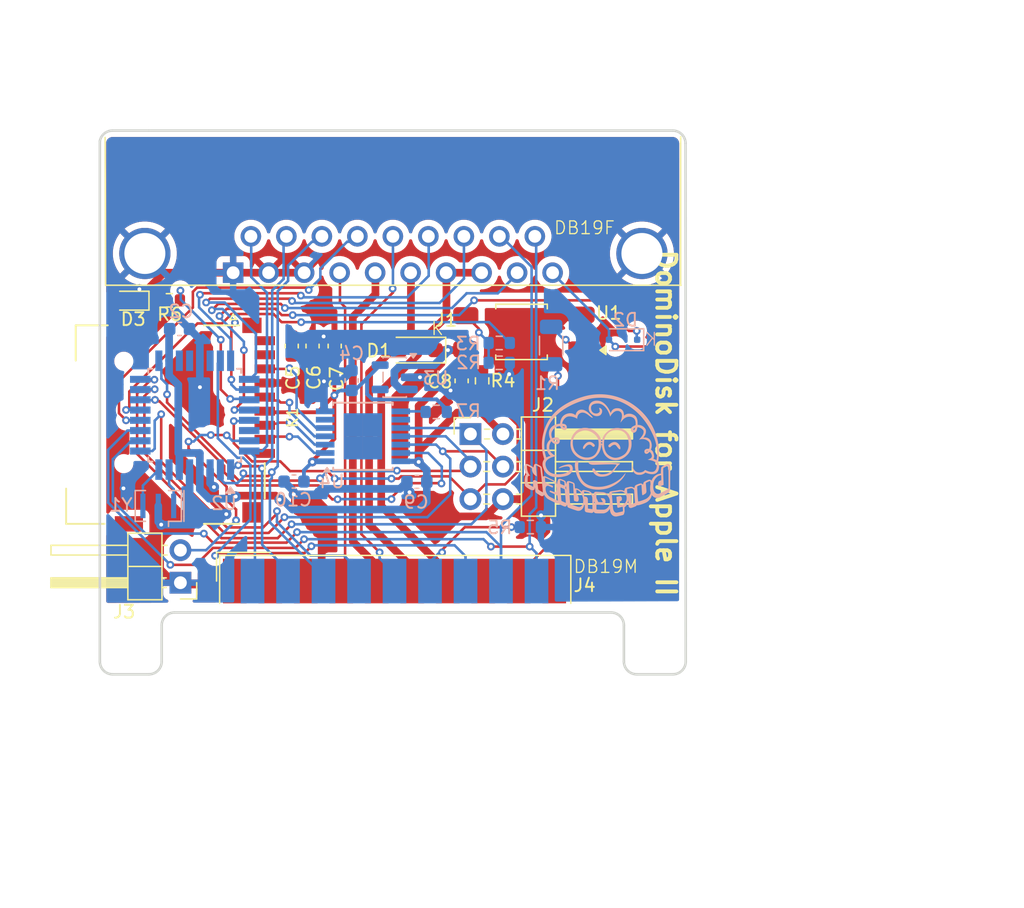
<source format=kicad_pcb>
(kicad_pcb (version 20241229) (generator "pcbnew") (generator_version "9.0")
  (title_block (comment 4 "AISLER Project ID: AYNAJPOB"))
  (layers (0 "F.Cu" signal) (2 "B.Cu" signal) (13 "F.Paste" user) (15 "B.Paste" user) (5 "F.SilkS" user "F.Silkscreen") (7 "B.SilkS" user "B.Silkscreen") (1 "F.Mask" user) (3 "B.Mask" user) (25 "Edge.Cuts" user))
  (net 0 "")
  (net 1 "TX")
  (net 2 "GND")
  (net 3 "PH0")
  (net 4 "PH1")
  (net 5 "PH2")
  (net 6 "PH3_in")
  (net 7 "Net-(U2-XTAL2{slash}PB7)")
  (net 8 "WRDATA")
  (net 9 "PH3_out")
  (net 10 "DRV2_burgerDisk")
  (net 11 "CS")
  (net 12 "MOSI")
  (net 13 "MISO")
  (net 14 "SCK")
  (net 15 "DRV1_in")
  (net 16 "HDSEL_out")
  (net 17 "DRV1_out")
  (net 18 "DRV2_out")
  (net 19 "WRPROT_in")
  (net 20 "5V_burgerDisk")
  (net 21 "WRPROT_out")
  (net 22 "5V_apple2")
  (net 23 "EN3.5")
  (net 24 "-12V")
  (net 25 "+12V")
  (net 26 "DRV2_in")
  (net 27 "WREQ")
  (net 28 "Net-(U2-XTAL1{slash}PB6)")
  (net 29 "Net-(D3-A)")
  (net 30 "RESET")
  (net 31 "RDDATA")
  (net 32 "Net-(R1-Pad2)")
  (net 33 "Net-(R2-Pad2)")
  (net 37 "HDSEL_in")
  (net 39 "3V3")
  (net 40 "CS_L")
  (net 41 "MOSI_L")
  (net 43 "MISO_L")
  (net 44 "SCLK_L")
  (net 46 "OE")
  (net 50 "LED")
  (footprint "DSUB-19-angled:DSUB-19_Female_Horizontal_MXS82009-8251-9246" (layer "F.Cu") (at 109.5502 45.5168 180)
    (property "Reference" "J1")
    (property "Value" "Daisy port out")
  )
  (footprint "Diode_SMD:D_SOD-123F" (layer "F.Cu") (at 123.9296 51.562 180)
    (property "Reference" "D1")
    (property "Value" "1N5818WS")
  )
  (footprint "HYC04-TF09-200:MICROSD-HYC77-TF09-200" (layer "F.Cu") (at 104.267 57.3786 -90)
    (property "Reference" "K1")
    (property "Value" "HYC77-TF09-200" (hide yes))
  )
  (footprint "Package_SO:SOP-4_3.8x4.1mm_P2.54mm" (layer "F.Cu") (at 132.0546 50.1396 180)
    (property "Reference" "U1")
    (property "Value" "PC817C-S")
  )
  (footprint "LED_SMD:LED_0603_1608Metric" (layer "F.Cu") (at 101.4984 47.7012 180)
    (property "Reference" "D3")
    (property "Value" "LED")
  )
  (footprint "Capacitor_SMD:C_0603_1608Metric" (layer "F.Cu") (at 117.475 51.2442 -90)
    (property "Reference" "C7")
    (property "Value" "100n")
  )
  (footprint "Connector_PinHeader_2.54mm:PinHeader_1x02_P2.54mm_Horizontal" (layer "F.Cu") (at 105.4354 69.723 180)
    (property "Reference" "J3")
    (property "Value" "UART")
  )
  (footprint "MountingHole:MountingHole_3.2mm_M3" (layer "F.Cu") (at 142.2654 74.2696)
    (property "Reference" "REF**")
    (property "Value" "MountingHole_3.2mm_M3")
  )
  (footprint "Capacitor_SMD:C_0603_1608Metric" (layer "F.Cu") (at 114.1222 51.2442 -90)
    (property "Reference" "C5")
    (property "Value" "2u2")
  )
  (footprint "Capacitor_SMD:C_0603_1608Metric" (layer "F.Cu") (at 127.381 53.962 90)
    (property "Reference" "C8")
    (property "Value" "2u2")
  )
  (footprint "MountingHole:MountingHole_3.2mm_M3" (layer "F.Cu") (at 101.6254 74.2696)
    (property "Reference" "REF**")
    (property "Value" "MountingHole_3.2mm_M3")
  )
  (footprint "Resistor_SMD:R_0603_1608Metric" (layer "F.Cu") (at 104.5718 47.6758)
    (property "Reference" "R6")
    (property "Value" "150")
  )
  (footprint "Connector_PinHeader_2.54mm:PinHeader_2x03_P2.54mm_Horizontal" (layer "F.Cu") (at 128.0668 58.1152)
    (property "Reference" "J2")
    (property "Value" "ICSP_ISP6")
  )
  (footprint "db19:DSUB-19_Male_EdgeMount_Pitch2.77mm" (layer "F.Cu") (at 122.1486 69.5931)
    (property "Reference" "J4")
    (property "Value" "Daisy port in")
  )
  (footprint "Resistor_SMD:R_0603_1608Metric" (layer "F.Cu") (at 128.9812 53.9618 -90)
    (property "Reference" "R4")
    (property "Value" "10k")
  )
  (footprint "Capacitor_SMD:C_0603_1608Metric" (layer "F.Cu") (at 115.7478 51.2442 -90)
    (property "Reference" "C6")
    (property "Value" "100n")
  )
  (footprint "Resistor_SMD:R_0603_1608Metric" (layer "B.Cu") (at 125.3998 56.388 180)
    (property "Reference" "R7")
    (property "Value" "10k")
  )
  (footprint "Resistor_SMD:R_0603_1608Metric" (layer "B.Cu") (at 132.7404 65.3796 180)
    (property "Reference" "R5")
    (property "Value" "330")
  )
  (footprint "Package_QFP:TQFP-32_7x7mm_P0.8mm" (layer "B.Cu") (at 106.553 56.642 90)
    (property "Reference" "U2")
    (property "Value" "ATmega328P-AU")
  )
  (footprint "Capacitor_SMD:C_0603_1608Metric" (layer "B.Cu") (at 105.3722 49.911)
    (property "Reference" "C2")
    (property "Value" "100n")
  )
  (footprint "Resistor_SMD:R_1206_3216Metric" (layer "B.Cu") (at 134.366 51.2064 90)
    (property "Reference" "R1")
    (property "Value" "470")
  )
  (footprint "Resistor_SMD:R_0603_1608Metric" (layer "B.Cu") (at 130.3152 52.5526 180)
    (property "Reference" "R2")
    (property "Value" "10k")
  )
  (footprint "Capacitor_SMD:C_0603_1608Metric" (layer "B.Cu") (at 118.7958 53.9366 -90)
    (property "Reference" "C4")
    (property "Value" "2u2")
  )
  (footprint "Capacitor_SMD:C_0603_1608Metric" (layer "B.Cu") (at 123.8888 61.849)
    (property "Reference" "C9")
    (property "Value" "100n")
  )
  (footprint "Package_SO:TSSOP-14-1EP_4.4x5mm_P0.65mm" (layer "B.Cu") (at 119.6812 58.293)
    (property "Reference" "U4")
    (property "Value" "TXB0104PWR")
  )
  (footprint "Crystal:Resonator_SMD_Murata_CSTxExxV-3Pin_3.0x1.1mm" (layer "B.Cu") (at 103.7082 63.7286 180)
    (property "Reference" "Y1")
    (property "Value" "Crystal_GND2")
  )
  (footprint "Diode_SMD:D_SOD-323F" (layer "B.Cu") (at 139.9794 50.7492 180)
    (property "Reference" "D2")
    (property "Value" "1N4448WS")
  )
  (footprint "Capacitor_SMD:C_0603_1608Metric" (layer "B.Cu") (at 114.3 61.8236 180)
    (property "Reference" "C10")
    (property "Value" "100n")
  )
  (footprint "LOGO" (layer "B.Cu") (at 137.984071 59.815287 180)
    (property "Reference" "G***")
    (property "Value" "LOGO" (hide yes))
  )
  (footprint "Resistor_SMD:R_0603_1608Metric" (layer "B.Cu") (at 130.3152 51.0032 180)
    (property "Reference" "R3")
    (property "Value" "1k")
  )
  (footprint "Package_TO_SOT_SMD:SOT-23-5" (layer "B.Cu") (at 122.1584 53.6846 180)
    (property "Reference" "U3")
    (property "Value" "SE5218")
  )
  (gr_line (start 139.043693 72.047893) (end 104.975693 72.047893) (stroke (width 0.2)) (layer "Edge.Cuts"))
  (gr_line (start 100.133693 34.421093) (end 102.959693 34.421093) (stroke (width 0.2)) (layer "Edge.Cuts"))
  (gr_arc (start 144.869693 75.873497) (mid 144.5768 76.581) (end 143.869693 76.873893) (stroke (width 0.2)) (layer "Edge.Cuts"))
  (gr_line (start 143.869693 76.873893) (end 141.043693 76.873893) (stroke (width 0.2)) (layer "Edge.Cuts"))
  (gr_line (start 99.149693 75.873893) (end 99.149693 35.242925) (stroke (width 0.2)) (layer "Edge.Cuts"))
  (gr_arc (start 99.149693 35.242925) (mid 99.426586 34.713986) (end 100.133693 34.421093) (stroke (width 0.2)) (layer "Edge.Cuts"))
  (gr_arc (start 103.975693 73.047893) (mid 104.268586 72.340786) (end 104.975693 72.047893) (stroke (width 0.2)) (layer "Edge.Cuts"))
  (gr_line (start 102.975693 76.873893) (end 100.149693 76.873893) (stroke (width 0.2)) (layer "Edge.Cuts"))
  (gr_line (start 144.853693 35.420697) (end 144.869693 75.873497) (stroke (width 0.2)) (layer "Edge.Cuts"))
  (gr_arc (start 100.149693 76.873893) (mid 99.442586 76.581) (end 99.149693 75.873893) (stroke (width 0.2)) (layer "Edge.Cuts"))
  (gr_arc (start 103.975693 75.873893) (mid 103.6828 76.581) (end 102.975693 76.873893) (stroke (width 0.2)) (layer "Edge.Cuts"))
  (gr_line (start 140.043693 75.873893) (end 140.043693 73.047893) (stroke (width 0.2)) (layer "Edge.Cuts"))
  (gr_arc (start 141.043693 76.873893) (mid 140.336586 76.581) (end 140.043693 75.873893) (stroke (width 0.2)) (layer "Edge.Cuts"))
  (gr_arc (start 139.043693 72.047893) (mid 139.7508 72.340786) (end 140.043693 73.047893) (stroke (width 0.2)) (layer "Edge.Cuts"))
  (gr_arc (start 143.853693 34.421093) (mid 144.5608 34.713986) (end 144.853693 35.420697) (stroke (width 0.2)) (layer "Edge.Cuts"))
  (gr_line (start 102.959693 34.421093) (end 143.853693 34.421093) (stroke (width 0.2)) (layer "Edge.Cuts"))
  (gr_line (start 103.975693 73.047893) (end 103.975693 75.873893) (stroke (width 0.2)) (layer "Edge.Cuts"))
  (gr_text "DB19F" (at 134.5184 42.5958 0) (layer "F.SilkS") (effects (font (size 1 1) (thickness 0.1)) (justify left bottom)))
  (gr_text "DB19M\n" (at 136.0424 69.0401 0) (layer "F.SilkS") (effects (font (size 1 1) (thickness 0.1)) (justify left bottom)))
  (gr_text "DominoDisk for Apple II" (at 142.4432 43.561 270) (layer "F.SilkS") (effects (font (size 1.5 1.5) (thickness 0.3) (bold yes)) (justify left bottom)))
  (segment (start 106.0704 59.2582) (end 109.0422 62.23) (width 0.2) (layer "F.Cu") (net 1))
  (segment (start 109.0256 58.1914) (end 109.051 58.2168) (width 0.2) (layer "F.Cu") (net 1))
  (segment (start 109.7788 64.010786) (end 109.7788 64.8462) (width 0.2) (layer "F.Cu") (net 1))
  (segment (start 109.0422 62.23) (end 109.0422 63.274186) (width 0.2) (layer "F.Cu") (net 1))
  (segment (start 106.0704 58.6994) (end 106.0704 59.2582) (width 0.2) (layer "F.Cu") (net 1))
  (segment (start 109.0422 63.274186) (end 109.7788 64.010786) (width 0.2) (layer "F.Cu") (net 1))
  (segment (start 107.8064 58.1914) (end 109.0256 58.1914) (width 0.2) (layer "F.Cu") (net 1))
  (via (at 107.8064 58.1914) (size 0.6) (drill 0.3) (layers "F.Cu" "B.Cu") (net 1))
  (via (at 106.0704 58.6994) (size 0.6) (drill 0.3) (layers "F.Cu" "B.Cu") (net 1))
  (via (at 109.051 58.2168) (size 0.6) (drill 0.3) (layers "F.Cu" "B.Cu") (net 1))
  (via (at 109.7788 64.8462) (size 0.6) (drill 0.3) (layers "F.Cu" "B.Cu") (net 1))
  (segment (start 107.442 67.183) (end 105.4354 67.183) (width 0.2) (layer "B.Cu") (net 1))
  (segment (start 106.9848 58.1914) (end 106.4768 58.6994) (width 0.2) (layer "B.Cu") (net 1))
  (segment (start 109.7788 64.8462) (end 107.442 67.183) (width 0.2) (layer "B.Cu") (net 1))
  (segment (start 109.0676 58.2168) (end 109.4928 58.642) (width 0.2) (layer "B.Cu") (net 1))
  (segment (start 107.8064 58.1914) (end 106.9848 58.1914) (width 0.2) (layer "B.Cu") (net 1))
  (segment (start 106.4768 58.6994) (end 106.0704 58.6994) (width 0.2) (layer "B.Cu") (net 1))
  (segment (start 109.051 58.2168) (end 109.0676 58.2168) (width 0.2) (layer "B.Cu") (net 1))
  (segment (start 109.4928 58.642) (end 110.803 58.642) (width 0.2) (layer "B.Cu") (net 1))
  (segment (start 129.2558 64.5462) (end 130.6068 63.1952) (width 0.6) (layer "F.Cu") (net 2))
  (segment (start 116.457453 64.285853) (end 116.457453 68.354247) (width 0.6) (layer "F.Cu") (net 2))
  (segment (start 102.235 46.8122) (end 102.8648 46.8122) (width 0.6) (layer "F.Cu") (net 2))
  (segment (start 102.1588 47.5741) (end 102.2859 47.7012) (width 0.6) (layer "F.Cu") (net 2))
  (segment (start 102.235 47.625) (end 102.2859 47.6759) (width 0.6) (layer "F.Cu") (net 2))
  (segment (start 133.1468 64.4652) (end 131.8768 63.1952) (width 0.6) (layer "F.Cu") (net 2))
  (segment (start 103.847 65.2774) (end 103.9368 65.1876) (width 0.6) (layer "F.Cu") (net 2))
  (segment (start 108.0516 63.405903) (end 108.0516 62.2564) (width 0.6) (layer "F.Cu") (net 2))
  (segment (start 109.4081 69.8636) (end 105.576 69.8636) (width 0.6) (layer "F.Cu") (net 2))
  (segment (start 112.017 54.1286) (end 116.5086 54.1286) (width 0.6) (layer "F.Cu") (net 2))
  (segment (start 135.7214 48.8096) (end 136.7046 48.8096) (width 0.6) (layer "F.Cu") (net 2))
  (segment (start 133.5786 64.4652) (end 133.1468 64.4652) (width 0.6) (layer "F.Cu") (net 2))
  (segment (start 115.2186 69.5931) (end 112.4486 69.5931) (width 0.6) (layer "F.Cu") (net 2))
  (segment (start 116.457453 68.354247) (end 115.2186 69.5931) (width 0.6) (layer "F.Cu") (net 2))
  (segment (start 102.235 46.8122) (end 102.235 47.625) (width 0.6) (layer "F.Cu") (net 2))
  (segment (start 112.3202 45.5168) (end 109.5502 45.5168) (width 0.6) (layer "F.Cu") (net 2))
  (segment (start 109.5502 45.5168) (end 104.1602 45.5168) (width 0.6) (layer "F.Cu") (net 2))
  (segment (start 125.2014 64.5462) (end 129.2558 64.5462) (width 0.6) (layer "F.Cu") (net 2))
  (segment (start 109.015329 64.369632) (end 108.0516 63.405903) (width 0.6) (layer "F.Cu") (net 2))
  (segment (start 116.5086 54.1286) (end 116.6368 54.0004) (width 0.6) (layer "F.Cu") (net 2))
  (segment (start 131.8768 63.1952) (end 130.6068 63.1952) (width 0.6) (layer "F.Cu") (net 2))
  (segment (start 104.912214 69.723) (end 103.847 68.657786) (width 0.6) (layer "F.Cu") (net 2))
  (segment (start 126.5428 54.737) (end 126.5174 54.7116) (width 0.6) (layer "F.Cu") (net 2))
  (segment (start 102.8648 46.8122) (end 104.1602 45.5168) (width 0.6) (layer "F.Cu") (net 2))
  (segment (start 102.2859 47.6759) (end 102.2859 47.7012) (width 0.6) (layer "F.Cu") (net 2))
  (segment (start 115 62.8284) (end 116.457453 64.285853) (width 0.6) (layer "F.Cu") (net 2))
  (segment (start 123.313583 62.658383) (end 125.2014 64.5462) (width 0.6) (layer "F.Cu") (net 2))
  (segment (start 103.847 68.657786) (end 103.847 65.2774) (width 0.6) (layer "F.Cu") (net 2))
  (segment (start 102.1588 47.5182) (end 102.1588 47.5741) (width 0.6) (layer "F.Cu") (net 2))
  (segment (start 127.381 54.737) (end 126.5428 54.737) (width 0.6) (layer "F.Cu") (net 2))
  (segment (start 114.282827 62.8284) (end 115 62.8284) (width 0.6) (layer "F.Cu") (net 2))
  (segment (start 112.4486 69.5931) (end 109.6786 69.5931) (width 0.6) (layer "F.Cu") (net 2))
  (segment (start 131.0894 53.4416) (end 135.7214 48.8096) (width 0.6) (layer "F.Cu") (net 2))
  (segment (start 115.0902 45.5168) (end 112.3202 45.5168) (width 0.6) (layer "F.Cu") (net 2))
  (segment (start 104.1602 45.5168) (end 102.6602 44.0168) (width 0.6) (layer "F.Cu") (net 2))
  (via (at 126.5174 54.7116) (size 0.8) (drill 0.3) (layers "F.Cu" "B.Cu") (net 2))
  (via (at 116.6368 54.0004) (size 0.8) (drill 0.3) (layers "F.Cu" "B.Cu") (net 2))
  (via (at 131.0894 53.4416) (size 0.8) (drill 0.3) (layers "F.Cu" "B.Cu") (net 2))
  (via (at 124.1298 53.6846) (size 0.6) (drill 0.3) (layers "F.Cu" "B.Cu") (net 2))
  (via (at 123.313583 62.658383) (size 0.8) (drill 0.3) (layers "F.Cu" "B.Cu") (net 2))
  (via (at 116.6114 50.4952) (size 0.8) (drill 0.3) (layers "F.Cu" "B.Cu") (net 2))
  (via (at 102.235 46.8122) (size 0.8) (drill 0.3) (layers "F.Cu" "B.Cu") (net 2))
  (via (at 103.9368 65.1876) (size 0.8) (drill 0.3) (layers "F.Cu" "B.Cu") (net 2))
  (via (at 133.5786 64.4652) (size 0.8) (drill 0.3) (layers "F.Cu" "B.Cu") (net 2))
  (via (at 100.9904 62.357) (size 0.6) (drill 0.3) (layers "F.Cu" "B.Cu") (net 2))
  (via (at 108.0516 62.2564) (size 0.8) (drill 0.3) (layers "F.Cu" "B.Cu") (net 2))
  (via (at 114.282827 62.8284) (size 0.8) (drill 0.3) (layers "F.Cu" "B.Cu") (net 2))
  (via (at 106.9594 54.4576) (size 0.8) (drill 0.3) (layers "F.Cu" "B.Cu") (net 2))
  (via (at 109.015329 64.369632) (size 0.8) (drill 0.3) (layers "F.Cu" "B.Cu") (net 2))
  (segment (start 133.5786 64.9986) (end 133.5654 65.0118) (width 0.4) (layer "B.Cu") (net 2))
  (segment (start 116.6114 50.4952) (end 116.6114 53.975) (width 0.6) (layer "B.Cu") (net 2))
  (segment (start 116.719 56.267) (end 116.7312 56.267) (width 0.6) (layer "B.Cu") (net 2))
  (segment (start 129.9066 53.6846) (end 130.8464 53.6846) (width 0.6) (layer "B.Cu") (net 2))
  (segment (start 130.8464 53.6846) (end 131.0894 53.4416) (width 0.6) (layer "B.Cu") (net 2))
  (segment (start 126.5174 54.7116) (end 125.4904 53.6846) (width 0.6) (layer "B.Cu") (net 2))
  (segment (start 106.953 52.392) (end 106.953 54.4512) (width 0.6) (layer "B.Cu") (net 2))
  (segment (start 116.6368 54.0004) (end 117.957 54.0004) (width 0.6) (layer "B.Cu") (net 2))
  (segment (start 122.5686 62.3942) (end 116.414193 62.3942) (width 0.6) (layer "B.Cu") (net 2))
  (segment (start 106.153 62.87325) (end 107.649382 64.369632) (width 0.6) (layer "B.Cu") (net 2))
  (segment (start 129.9066 53.6846) (end 125.4904 53.6846) (width 0.6) (layer "B.Cu") (net 2))
  (segment (start 107.649382 64.369632) (end 109.015329 64.369632) (width 0.6) (layer "B.Cu") (net 2))
  (segment (start 117.957 54.0004) (end 118.7958 53.1616) (width 0.6) (layer "B.Cu") (net 2))
  (segment (start 103.0484 46.8122) (end 106.1472 49.911) (width 0.6) (layer "B.Cu") (net 2))
  (segment (start 106.153 60.892) (end 106.153 62.87325) (width 0.6) (layer "B.Cu") (net 2))
  (segment (start 124.1298 53.6846) (end 123.2959 53.6846) (width 0.6) (layer "B.Cu") (net 2))
  (segment (start 116.6368 56.1848) (end 116.719 56.267) (width 0.6) (layer "B.Cu") (net 2))
  (segment (start 106.831414 65.1876) (end 107.649382 64.369632) (width 0.6) (layer "B.Cu") (net 2))
  (segment (start 102.235 46.8122) (end 103.0484 46.8122) (width 0.6) (layer "B.Cu") (net 2))
  (segment (start 116.414193 62.3942) (end 115.979993 62.8284) (width 0.6) (layer "B.Cu") (net 2))
  (segment (start 103.9368 65.1876) (end 103.7082 64.959) (width 0.6) (layer "B.Cu") (net 2))
  (segment (start 107.753 61.9578) (end 108.0516 62.2564) (width 0.6) (layer "B.Cu") (net 2))
  (segment (start 106.953 54.4512) (end 106.9594 54.4576) (width 0.6) (layer "B.Cu") (net 2))
  (segment (start 114.282827 62.8284) (end 114.282827 62.581427) (width 0.6) (layer "B.Cu") (net 2))
  (segment (start 106.953 50.7168) (end 106.953 52.392) (width 0.6) (layer "B.Cu") (net 2))
  (segment (start 123.1138 61.849) (end 122.5686 62.3942) (width 0.6) (layer "B.Cu") (net 2))
  (segment (start 116.6114 53.975) (end 116.6368 54.0004) (width 0.6) (layer "B.Cu") (net 2))
  (segment (start 115.979993 62.8284) (end 114.282827 62.8284) (width 0.6) (layer "B.Cu") (net 2))
  (segment (start 107.753 60.892) (end 107.753 61.9578) (width 0.6) (layer "B.Cu") (net 2))
  (segment (start 133.5786 64.4652) (end 133.5786 64.9986) (width 0.4) (layer "B.Cu") (net 2))
  (segment (start 103.9368 65.1876) (end 106.831414 65.1876) (width 0.6) (layer "B.Cu") (net 2))
  (segment (start 116.6368 54.0004) (end 116.6368 56.1848) (width 0.6) (layer "B.Cu") (net 2))
  (segment (start 133.5654 65.0118) (end 133.5654 65.3796) (width 0.4) (layer "B.Cu") (net 2))
  (segment (start 114.282827 62.581427) (end 113.525 61.8236) (width 0.6) (layer "B.Cu") (net 2))
  (segment (start 103.7082 64.959) (end 103.7082 63.7286) (width 0.6) (layer "B.Cu") (net 2))
  (segment (start 106.1472 49.911) (end 106.953 50.7168) (width 0.6) (layer "B.Cu") (net 2))
  (segment (start 131.1402 52.451) (end 131.2164 52.3748) (width 0.4) (layer "B.Cu") (net 2))
  (segment (start 125.4904 53.6846) (end 124.1298 53.6846) (width 0.6) (layer "B.Cu") (net 2))
  (segment (start 111.803 59.442) (end 112.1918 59.0532) (width 0.2) (layer "B.Cu") (net 3))
  (segment (start 110.803 59.442) (end 111.252 59.891) (width 0.2) (layer "B.Cu") (net 3))
  (segment (start 110.803 59.442) (end 111.803 59.442) (width 0.2) (layer "B.Cu") (net 3))
  (segment (start 111.252 59.891) (end 111.252 68.9983) (width 0.2) (layer "B.Cu") (net 3))
  (segment (start 112.1918 47.0828) (end 110.9606 45.8516) (width 0.2) (layer "B.Cu") (net 3))
  (segment (start 112.1918 59.0532) (end 112.1918 47.0828) (width 0.2) (layer "B.Cu") (net 3))
  (segment (start 110.9606 45.8516) (end 110.9606 43.1046) (width 0.2) (layer "B.Cu") (net 3))
  (segment (start 109.864726 60.5194) (end 109.753645 60.630481) (width 0.2) (layer "F.Cu") (net 4))
  (segment (start 109.808125 60.6298) (end 111.552858 60.6298) (width 0.2) (layer "F.Cu") (net 4))
  (segment (start 109.753645 60.68428) (end 109.808125 60.6298) (width 0.2) (layer "F.Cu") (net 4))
  (segment (start 109.753645 60.630481) (end 109.753645 60.68428) (width 0.2) (layer "F.Cu") (net 4))
  (segment (start 111.552858 60.6298) (end 111.802 60.878942) (width 0.2) (layer "F.Cu") (net 4))
  (segment (start 109.947437 60.544716) (end 109.922121 60.5194) (width 0.2) (layer "F.Cu") (net 4))
  (segment (start 109.922121 60.5194) (end 109.864726 60.5194) (width 0.2) (layer "F.Cu") (net 4))
  (segment (start 111.802 60.878942) (end 111.802 60.7988) (width 0.2) (layer "F.Cu") (net 4))
  (via (at 109.947437 60.544716) (size 0.6) (drill 0.3) (layers "F.Cu" "B.Cu") (net 4))
  (via (at 111.802 60.7988) (size 0.6) (drill 0.3) (layers "F.Cu" "B.Cu") (net 4))
  (segment (start 112.5982 46.89745) (end 113.4872 46.00845) (width 0.2) (layer "B.Cu") (net 4))
  (segment (start 109.947437 60.544716) (end 109.883991 60.544716) (width 0.2) (layer "B.Cu") (net 4))
  (segment (start 111.802 60.7988) (end 111.8108 60.8076) (width 0.2) (layer "B.Cu") (net 4))
  (segment (start 111.802 60.7988) (end 112.5982 60.0026) (width 0.2) (layer "B.Cu") (net 4))
  (segment (start 111.8108 66.753633) (end 113.8336 68.776433) (width 0.2) (layer "B.Cu") (net 4))
  (segment (start 113.4872 46.00845) (end 113.4872 43.348) (width 0.2) (layer "B.Cu") (net 4))
  (segment (start 109.840236 60.588471) (end 109.785637 60.588471) (width 0.2) (layer "B.Cu") (net 4))
  (segment (start 111.8108 60.8076) (end 111.8108 66.753633) (width 0.2) (layer "B.Cu") (net 4))
  (segment (start 112.5982 60.0026) (end 112.5982 46.89745) (width 0.2) (layer "B.Cu") (net 4))
  (segment (start 109.883991 60.544716) (end 109.840236 60.588471) (width 0.2) (layer "B.Cu") (net 4))
  (segment (start 109.785637 60.588471) (end 109.482108 60.892) (width 0.2) (layer "B.Cu") (net 4))
  (segment (start 113.4872 43.348) (end 113.7306 43.1046) (width 0.2) (layer "B.Cu") (net 4))
  (segment (start 110.3464 61.1798) (end 110.3464 61.318372) (width 0.2) (layer "F.Cu") (net 5))
  (segment (start 112.302388 61.3918) (end 112.566472 61.127716) (width 0.2) (layer "F.Cu") (net 5))
  (segment (start 110.3464 61.318372) (end 110.419828 61.3918) (width 0.2) (layer "F.Cu") (net 5))
  (segment (start 110.419828 61.3918) (end 112.302388 61.3918) (width 0.2) (layer "F.Cu") (net 5))
  (segment (start 112.566472 61.127716) (end 112.566472 61.091105) (width 0.2) (layer "F.Cu") (net 5))
  (via (at 112.566472 61.091105) (size 0.6) (drill 0.3) (layers "F.Cu" "B.Cu") (net 5))
  (via (at 110.3464 61.1798) (size 0.6) (drill 0.3) (layers "F.Cu" "B.Cu") (net 5))
  (segment (start 110.3464 61.4756) (end 109.879 61.943) (width 0.2) (layer "B.Cu") (net 5))
  (segment (start 109.879 61.943) (end 108.8802 61.943) (width 0.2) (layer "B.Cu") (net 5))
  (segment (start 113.8382 44.9626) (end 115.6962 43.1046) (width 0.2) (layer "B.Cu") (net 5))
  (segment (start 108.553 61.6158) (end 108.553 60.892) (width 0.2) (layer "B.Cu") (net 5))
  (segment (start 113.03 46.962038) (end 113.8382 46.153838) (width 0.2) (layer "B.Cu") (net 5))
  (segment (start 113.8382 46.153838) (end 113.8382 44.9626) (width 0.2) (layer "B.Cu") (net 5))
  (segment (start 112.4202 61.7222) (end 112.4202 65.014367) (width 0.2) (layer "B.Cu") (net 5))
  (segment (start 108.8802 61.943) (end 108.553 61.6158) (width 0.2) (layer "B.Cu") (net 5))
  (segment (start 115.6962 43.1046) (end 116.5006 43.1046) (width 0.2) (layer "B.Cu") (net 5))
  (segment (start 112.566472 61.091105) (end 113.03 60.627577) (width 0.2) (layer "B.Cu") (net 5))
  (segment (start 110.3464 61.1798) (end 110.3464 61.4756) (width 0.2) (layer "B.Cu") (net 5))
  (segment (start 112.4202 65.014367) (end 116.6036 69.197767) (width 0.2) (layer "B.Cu") (net 5))
  (segment (start 112.566472 61.575928) (end 112.4202 61.7222) (width 0.2) (layer "B.Cu") (net 5))
  (segment (start 112.566472 61.091105) (end 112.566472 61.575928) (width 0.2) (layer "B.Cu") (net 5))
  (segment (start 113.03 60.627577) (end 113.03 46.962038) (width 0.2) (layer "B.Cu") (net 5))
  (segment (start 112.9712 64.3264) (end 111.8926 65.405) (width 0.2) (layer "F.Cu") (net 6))
  (segment (start 111.8926 65.405) (end 109.060748 65.405) (width 0.2) (layer "F.Cu") (net 6))
  (segment (start 103.9368 60.281052) (end 103.9368 56.5658) (width 0.2) (layer "F.Cu") (net 6))
  (segment (start 109.060748 65.405) (end 103.9368 60.281052) (width 0.2) (layer "F.Cu") (net 6))
  (segment (start 112.9712 64.135) (end 112.9712 64.3264) (width 0.2) (layer "F.Cu") (net 6))
  (via (at 103.9368 56.5658) (size 0.6) (drill 0.3) (layers "F.Cu" "B.Cu") (net 6))
  (via (at 112.9712 64.135) (size 0.6) (drill 0.3) (layers "F.Cu" "B.Cu") (net 6))
  (segment (start 115.586775 67.6021) (end 118.199267 67.6021) (width 0.2) (layer "B.Cu") (net 6))
  (segment (start 103.245 59.442) (end 102.303 59.442) (width 0.2) (layer "B.Cu") (net 6))
  (segment (start 112.9712 64.986525) (end 115.586775 67.6021) (width 0.2) (layer "B.Cu") (net 6))
  (segment (start 103.4288 57.0738) (end 103.4288 59.2582) (width 0.2) (layer "B.Cu") (net 6))
  (segment (start 103.9368 56.5658) (end 103.4288 57.0738) (width 0.2) (layer "B.Cu") (net 6))
  (segment (start 103.4288 59.2582) (end 103.245 59.442) (width 0.2) (layer "B.Cu") (net 6))
  (segment (start 112.9712 64.135) (end 112.9712 64.986525) (width 0.2) (layer "B.Cu") (net 6))
  (segment (start 118.199267 67.6021) (end 119.3736 68.776433) (width 0.2) (layer "B.Cu") (net 6))
  (segment (start 102.5082 62.1368) (end 102.5082 63.7286) (width 0.2) (layer "B.Cu") (net 7))
  (segment (start 103.753 60.892) (end 102.5082 62.1368) (width 0.2) (layer "B.Cu") (net 7))
  (segment (start 114.407863 67.0052) (end 107.9754 67.0052) (width 0.2) (layer "F.Cu") (net 8))
  (segment (start 132.6896 66.9036) (end 129.667 66.9036) (width 0.2) (layer "F.Cu") (net 8))
  (segment (start 106.6546 68.326) (end 104.648 68.326) (width 0.2) (layer "F.Cu") (net 8))
  (segment (start 107.9754 67.0052) (end 106.6546 68.326) (width 0.2) (layer "F.Cu") (net 8))
  (segment (start 115.087778 66.325285) (end 114.407863 67.0052) (width 0.2) (layer "F.Cu") (net 8))
  (via (at 129.667 66.9036) (size 0.6) (drill 0.3) (layers "F.Cu" "B.Cu") (net 8))
  (via (at 104.648 68.326) (size 0.6) (drill 0.3) (layers "F.Cu" "B.Cu") (net 8))
  (via (at 132.6896 66.9036) (size 0.6) (drill 0.3) (layers "F.Cu" "B.Cu") (net 8))
  (via (at 115.087778 66.325285) (size 0.6) (drill 0.3) (layers "F.Cu" "B.Cu") (net 8))
  (segment (start 99.7966 63.4746) (end 99.7966 59.3484) (width 0.2) (layer "B.Cu") (net 8))
  (segment (start 115.087778 66.325285) (end 129.088685 66.325285) (width 0.2) (layer "B.Cu") (net 8))
  (segment (start 132.6896 64.362836) (end 132.6896 66.9036) (width 0.2) (layer "B.Cu") (net 8))
  (segment (start 101.303 57.842) (end 102.303 57.842) (width 0.2) (layer "B.Cu") (net 8))
  (segment (start 133.0952 42.7276) (end 133.1976 42.83) (width 0.2) (layer "B.Cu") (net 8))
  (segment (start 132.6896 66.9036) (end 132.715 66.9036) (width 0.2) (layer "B.Cu") (net 8))
  (segment (start 133.1976 63.854836) (end 132.6896 64.362836) (width 0.2) (layer "B.Cu") (net 8))
  (segment (start 129.088685 66.325285) (end 129.667 66.9036) (width 0.2) (layer "B.Cu") (net 8))
  (segment (start 133.1976 42.83) (end 133.1976 63.854836) (width 0.2) (layer "B.Cu") (net 8))
  (segment (start 133.0952 42.6768) (end 133.0952 42.7276) (width 0.2) (layer "B.Cu") (net 8))
  (segment (start 132.715 66.9036) (end 133.2236 67.4122) (width 0.2) (layer "B.Cu") (net 8))
  (segment (start 104.648 68.326) (end 99.7966 63.4746) (width 0.2) (layer "B.Cu") (net 8))
  (segment (start 133.2236 67.4122) (end 133.2236 69.5931) (width 0.2) (layer "B.Cu") (net 8))
  (segment (start 99.7966 59.3484) (end 101.303 57.842) (width 0.2) (layer "B.Cu") (net 8))
  (segment (start 106.73172 46.684199) (end 115.264979 46.684199) (width 0.2) (layer "F.Cu") (net 9))
  (segment (start 106.408952 47.006967) (end 106.73172 46.684199) (width 0.2) (layer "F.Cu") (net 9))
  (segment (start 101.1936 57.042) (end 100.6426 56.491) (width 0.2) (layer "F.Cu") (net 9))
  (segment (start 100.6426 54.006496) (end 106.408952 48.240144) (width 0.2) (layer "F.Cu") (net 9))
  (segment (start 106.408952 48.240144) (end 106.408952 47.006967) (width 0.2) (layer "F.Cu") (net 9))
  (segment (start 100.6426 56.491) (end 100.6426 54.006496) (width 0.2) (layer "F.Cu") (net 9))
  (segment (start 115.264979 46.684199) (end 115.448582 46.867802) (width 0.2) (layer "F.Cu") (net 9))
  (via (at 101.1936 57.042) (size 0.6) (drill 0.3) (layers "F.Cu" "B.Cu") (net 9))
  (via (at 115.448582 46.867802) (size 0.6) (drill 0.3) (layers "F.Cu" "B.Cu") (net 9))
  (segment (start 118.4394 43.1046) (end 119.2706 43.1046) (width 0.2) (layer "B.Cu") (net 9))
  (segment (start 116.3574 45.958984) (end 116.3574 45.1866) (width 0.2) (layer "B.Cu") (net 9))
  (segment (start 116.3574 45.1866) (end 118.4394 43.1046) (width 0.2) (layer "B.Cu") (net 9))
  (segment (start 115.448582 46.867802) (end 116.3574 45.958984) (width 0.2) (layer "B.Cu") (net 9))
  (segment (start 101.1936 57.042) (end 102.303 57.042) (width 0.2) (layer "B.Cu") (net 9))
  (segment (start 114.8588 49.378484) (end 113.335684 49.378484) (width 0.2) (layer "F.Cu") (net 10))
  (segment (start 101.4476 54.795968) (end 101.4476 55.9816) (width 0.2) (layer "F.Cu") (net 10))
  (segment (start 101.4476 55.9816) (end 101.1936 56.2356) (width 0.2) (layer "F.Cu") (net 10))
  (segment (start 112.70313 48.7426) (end 109.4232 48.7426) (width 0.2) (layer "F.Cu") (net 10))
  (segment (start 113.08413 49.12693) (end 113.08413 49.1236) (width 0.2) (layer "F.Cu") (net 10))
  (segment (start 108.6866 49.4792) (end 106.764368 49.4792) (width 0.2) (layer "F.Cu") (net 10))
  (segment (start 106.764368 49.4792) (end 101.4476 54.795968) (width 0.2) (layer "F.Cu") (net 10))
  (segment (start 113.335684 49.378484) (end 113.08413 49.12693) (width 0.2) (layer "F.Cu") (net 10))
  (segment (start 109.4232 48.7426) (end 108.6866 49.4792) (width 0.2) (layer "F.Cu") (net 10))
  (segment (start 113.08413 49.1236) (end 112.70313 48.7426) (width 0.2) (layer "F.Cu") (net 10))
  (via (at 101.1936 56.2356) (size 0.6) (drill 0.3) (layers "F.Cu" "B.Cu") (net 10))
  (via (at 114.8588 49.378484) (size 0.6) (drill 0.3) (layers "F.Cu" "B.Cu") (net 10))
  (segment (start 114.8588 49.378484) (end 129.515484 49.378484) (width 0.2) (layer "B.Cu") (net 10))
  (segment (start 101.1936 56.2356) (end 101.219 56.2102) (width 0.2) (layer "B.Cu") (net 10))
  (segment (start 101.219 56.2102) (end 102.2712 56.2102) (width 0.2) (layer "B.Cu") (net 10))
  (segment (start 129.515484 49.378484) (end 131.1402 51.0032) (width 0.2) (layer "B.Cu") (net 10))
  (segment (start 121.9072 63.1952) (end 122.031604 63.070796) (width 0.2) (layer "F.Cu") (net 11))
  (segment (start 125.541235 61.9506) (end 125.566635 61.976) (width 0.2) (layer "F.Cu") (net 11))
  (segment (start 103.4542 55.4482) (end 103.557889 55.551889) (width 0.2) (layer "F.Cu") (net 11))
  (segment (start 125.566635 61.976) (end 125.8062 61.976) (width 0.2) (layer "F.Cu") (net 11))
  (segment (start 108.852646 61.098824) (end 109.882222 62.1284) (width 0.2) (layer "F.Cu") (net 11))
  (segment (start 116.214 62.1284) (end 117.093549 63.007949) (width 0.2) (layer "F.Cu") (net 11))
  (segment (start 121.9072 63.073402) (end 123.030002 61.9506) (width 0.2) (layer "F.Cu") (net 11))
  (segment (start 117.2972 63.2206) (end 117.310362 63.207438) (width 0.2) (layer "F.Cu") (net 11))
  (segment (start 103.7981 55.551889) (end 108.852646 60.606434) (width 0.2) (layer "F.Cu") (net 11))
  (segment (start 117.310362 63.207438) (end 117.7036 63.207438) (width 0.2) (layer "F.Cu") (net 11))
  (segment (start 108.852646 60.606434) (end 108.852646 61.098824) (width 0.2) (layer "F.Cu") (net 11))
  (segment (start 103.557889 55.551889) (end 103.7981 55.551889) (width 0.2) (layer "F.Cu") (net 11))
  (segment (start 109.882222 62.1284) (end 116.214 62.1284) (width 0.2) (layer "F.Cu") (net 11))
  (segment (start 121.9072 63.1952) (end 121.9072 63.073402) (width 0.2) (layer "F.Cu") (net 11))
  (segment (start 117.093549 63.016949) (end 117.2972 63.2206) (width 0.2) (layer "F.Cu") (net 11))
  (segment (start 123.030002 61.9506) (end 125.541235 61.9506) (width 0.2) (layer "F.Cu") (net 11))
  (segment (start 117.093549 63.007949) (end 117.093549 63.016949) (width 0.2) (layer "F.Cu") (net 11))
  (via (at 125.8062 61.976) (size 0.6) (drill 0.3) (layers "F.Cu" "B.Cu") (net 11))
  (via (at 103.4542 55.4482) (size 0.6) (drill 0.3) (layers "F.Cu" "B.Cu") (net 11))
  (via (at 117.7036 63.207438) (size 0.6) (drill 0.3) (layers "F.Cu" "B.Cu") (net 11))
  (via (at 121.9072 63.1952) (size 0.6) (drill 0.3) (layers "F.Cu" "B.Cu") (net 11))
  (segment (start 125.8062 61.976) (end 125.8062 61.849) (width 0.2) (layer "B.Cu") (net 11))
  (segment (start 125.832965 60.656565) (end 124.7694 59.593) (width 0.2) (layer "B.Cu") (net 11))
  (segment (start 103.4288 55.4736) (end 102.3346 55.4736) (width 0.2) (layer "B.Cu") (net 11))
  (segment (start 124.7694 59.593) (end 122.6312 59.593) (width 0.2) (layer "B.Cu") (net 11))
  (segment (start 117.786948 63.1952) (end 117.7036 63.111852) (width 0.2) (layer "B.Cu") (net 11))
  (segment (start 121.9072 63.1952) (end 117.786948 63.1952) (width 0.2) (layer "B.Cu") (net 11))
  (segment (start 117.7036 63.111852) (end 117.7036 63.207438) (width 0.2) (layer "B.Cu") (net 11))
  (segment (start 103.4542 55.4482) (end 103.4288 55.4736) (width 0.2) (layer "B.Cu") (net 11))
  (segment (start 125.8062 61.849) (end 125.832965 61.822235) (width 0.2) (layer "B.Cu") (net 11))
  (segment (start 125.832965 61.822235) (end 125.832965 60.656565) (width 0.2) (layer "B.Cu") (net 11))
  (segment (start 112.3188 65.8368) (end 113.547162 64.608438) (width 0.2) (layer "F.Cu") (net 12))
  (segment (start 125.9078 59.4614) (end 129.413 59.4614) (width 0.2) (layer "F.Cu") (net 12))
  (segment (start 102.6238 55.161) (end 102.6238 59.5962) (width 0.2) (layer "F.Cu") (net 12))
  (segment (start 102.6238 59.5962) (end 108.8644 65.8368) (width 0.2) (layer "F.Cu") (net 12))
  (segment (start 129.413 59.4614) (end 130.6068 60.6552) (width 0.2) (layer "F.Cu") (net 12))
  (segment (start 113.547162 64.608438) (end 113.552887 64.608438) (width 0.2) (layer "F.Cu") (net 12))
  (segment (start 103.164916 54.619884) (end 102.6238 55.161) (width 0.2) (layer "F.Cu") (net 12))
  (segment (start 108.8644 65.8368) (end 112.3188 65.8368) (width 0.2) (layer "F.Cu") (net 12))
  (segment (start 103.429098 54.619884) (end 103.164916 54.619884) (width 0.2) (layer "F.Cu") (net 12))
  (via (at 113.552887 64.608438) (size 0.6) (drill 0.3) (layers "F.Cu" "B.Cu") (net 12))
  (via (at 125.9078 59.4614) (size 0.6) (drill 0.3) (layers "F.Cu" "B.Cu") (net 12))
  (via (at 103.429098 54.619884) (size 0.6) (drill 0.3) (layers "F.Cu" "B.Cu") (net 12))
  (segment (start 103.164916 54.619884) (end 103.1428 54.642) (width 0.2) (layer "B.Cu") (net 12))
  (segment (start 124.704272 64.608438) (end 126.492 62.82071) (width 0.2) (layer "B.Cu") (net 12))
  (segment (start 126.492 62.82071) (end 126.492 60.0456) (width 0.2) (layer "B.Cu") (net 12))
  (segment (start 103.429098 54.619884) (end 103.164916 54.619884) (width 0.2) (layer "B.Cu") (net 12))
  (segment (start 126.492 60.0456) (end 125.3894 58.943) (width 0.2) (layer "B.Cu") (net 12))
  (segment (start 113.552887 64.608438) (end 124.704272 64.608438) (width 0.2) (layer "B.Cu") (net 12))
  (segment (start 125.3894 58.943) (end 122.6312 58.943) (width 0.2) (layer "B.Cu") (net 12))
  (segment (start 103.1428 54.642) (end 102.303 54.642) (width 0.2) (layer "B.Cu") (net 12))
  (segment (start 102.0572 54.948368) (end 102.0572 59.6646) (width 0.2) (layer "F.Cu") (net 13))
  (segment (start 103.406462 53.870224) (end 103.384238 53.848) (width 0.2) (layer "F.Cu") (net 13))
  (segment (start 103.384238 53.848) (end 103.157568 53.848) (width 0.2) (layer "F.Cu") (net 13))
  (segment (start 108.6358 66.2432) (end 113.026402 66.2432) (width 0.2) (layer "F.Cu") (net 13))
  (segment (start 103.157568 53.848) (end 102.0572 54.948368) (width 0.2) (layer "F.Cu") (net 13))
  (segment (start 102.0572 59.6646) (end 108.6358 66.2432) (width 0.2) (layer "F.Cu") (net 13))
  (segment (start 113.026402 66.2432) (end 114.111164 65.158438) (width 0.2) (layer "F.Cu") (net 13))
  (via (at 103.406462 53.870224) (size 0.6) (drill 0.3) (layers "F.Cu" "B.Cu") (net 13))
  (via (at 114.111164 65.158438) (size 0.6) (drill 0.3) (layers "F.Cu" "B.Cu") (net 13))
  (segment (start 103.1748 53.848) (end 103.1688 53.842) (width 0.2) (layer "B.Cu") (net 13))
  (segment (start 114.111164 65.158438) (end 128.135562 65.158438) (width 0.2) (layer "B.Cu") (net 13))
  (segment (start 129.3114 63.9826) (end 129.3114 59.3598) (width 0.2) (layer "B.Cu") (net 13))
  (segment (start 103.406462 53.870224) (end 103.384238 53.848) (width 0.2) (layer "B.Cu") (net 13))
  (segment (start 103.384238 53.848) (end 103.1748 53.848) (width 0.2) (layer "B.Cu") (net 13))
  (segment (start 128.135562 65.158438) (end 129.3114 63.9826) (width 0.2) (layer "B.Cu") (net 13))
  (segment (start 103.1688 53.842) (end 102.303 53.842) (width 0.2) (layer "B.Cu") (net 13))
  (segment (start 127.8024 57.643) (end 122.6312 57.643) (width 0.2) (layer "B.Cu") (net 13))
  (segment (start 129.3114 59.3598) (end 128.0668 58.1152) (width 0.2) (layer "B.Cu") (net 13))
  (segment (start 109.677787 61.428991) (end 110.000555 61.751759) (width 0.2) (layer "F.Cu") (net 14))
  (segment (start 127.728 60.994) (end 128.0668 60.6552) (width 0.2) (layer "F.Cu") (net 14))
  (segment (start 104.394 55.6514) (end 109.203646 60.461046) (width 0.2) (layer "F.Cu") (net 14))
  (segment (start 104.394 55.0164) (end 104.394 55.6514) (width 0.2) (layer "F.Cu") (net 14))
  (segment (start 122.353395 60.994) (end 127.728 60.994) (width 0.2) (layer "F.Cu") (net 14))
  (segment (start 116.149841 61.751759) (end 116.332 61.5696) (width 0.2) (layer "F.Cu") (net 14))
  (segment (start 122.330083 60.970688) (end 122.353395 60.994) (width 0.2) (layer "F.Cu") (net 14))
  (segment (start 109.203646 60.953436) (end 109.677787 61.427577) (width 0.2) (layer "F.Cu") (net 14))
  (segment (start 109.203646 60.461046) (end 109.203646 60.953436) (width 0.2) (layer "F.Cu") (net 14))
  (segment (start 109.677787 61.427577) (end 109.677787 61.428991) (width 0.2) (layer "F.Cu") (net 14))
  (segment (start 110.000555 61.751759) (end 116.149841 61.751759) (width 0.2) (layer "F.Cu") (net 14))
  (via (at 116.332 61.5696) (size 0.6) (drill 0.3) (layers "F.Cu" "B.Cu") (net 14))
  (via (at 122.330083 60.970688) (size 0.6) (drill 0.3) (layers "F.Cu" "B.Cu") (net 14))
  (via (at 104.394 55.0164) (size 0.6) (drill 0.3) (layers "F.Cu" "B.Cu") (net 14))
  (segment (start 126.1426 58.293) (end 128.0668 60.2172) (width 0.2) (layer "B.Cu") (net 14))
  (segment (start 104.394 54.242301) (end 103.952 53.800301) (width 0.2) (layer "B.Cu") (net 14))
  (segment (start 116.9162 61.0108) (end 120.65 61.0108) (width 0.2) (layer "B.Cu") (net 14))
  (segment (start 120.65 61.0108) (end 122.289971 61.0108) (width 0.2) (layer "B.Cu") (net 14))
  (segment (start 116.332 61.5696) (end 116.425822 61.475778) (width 0.2) (layer "B.Cu") (net 14))
  (segment (start 122.289971 61.0108) (end 122.330083 60.970688) (width 0.2) (layer "B.Cu") (net 14))
  (segment (start 116.451222 61.475778) (end 116.9162 61.0108) (width 0.2) (layer "B.Cu") (net 14))
  (segment (start 103.952 53.800301) (end 103.952 52.591) (width 0.2) (layer "B.Cu") (net 14))
  (segment (start 103.952 52.591) (end 103.753 52.392) (width 0.2) (layer "B.Cu") (net 14))
  (segment (start 116.425822 61.475778) (end 116.451222 61.475778) (width 0.2) (layer "B.Cu") (net 14))
  (segment (start 104.394 55.0164) (end 104.394 54.242301) (width 0.2) (layer "B.Cu") (net 14))
  (segment (start 122.6312 58.293) (end 126.1426 58.293) (width 0.2) (layer "B.Cu") (net 14))
  (segment (start 108.350618 67.4078) (end 115.123938 67.4078) (width 0.2) (layer "F.Cu") (net 15))
  (segment (start 108.140109 67.618309) (end 108.350618 67.4078) (width 0.2) (layer "F.Cu") (net 15))
  (segment (start 115.123938 67.4078) (end 115.656453 66.875285) (width 0.2) (layer "F.Cu") (net 15))
  (via (at 108.140109 67.618309) (size 0.6) (drill 0.3) (layers "F.Cu" "B.Cu") (net 15))
  (via (at 115.656453 66.875285) (size 0.6) (drill 0.3) (layers "F.Cu" "B.Cu") (net 15))
  (segment (start 126.8325 66.802) (end 127.6836 67.6531) (width 0.2) (layer "B.Cu") (net 15))
  (segment (start 109.8804 59.9694) (end 108.3564 58.4454) (width 0.2) (layer "B.Cu") (net 15))
  (segment (start 108.1532 67.534507) (end 110.8964 64.791307) (width 0.2) (layer "B.Cu") (net 15))
  (segment (start 108.1532 67.605218) (end 108.1532 67.534507) (width 0.2) (layer "B.Cu") (net 15))
  (segment (start 115.729738 66.802) (end 126.8325 66.802) (width 0.2) (layer "B.Cu") (net 15))
  (segment (start 110.8964 60.5282) (end 110.3376 59.9694) (width 0.2) (layer "B.Cu") (net 15))
  (segment (start 110.3376 59.9694) (end 109.8804 59.9694) (width 0.2) (layer "B.Cu") (net 15))
  (segment (start 127.6836 67.6531) (end 127.6836 69.5931) (width 0.2) (layer "B.Cu") (net 15))
  (segment (start 108.140109 67.618309) (end 108.1532 67.605218) (width 0.2) (layer "B.Cu") (net 15))
  (segment (start 108.3564 58.4454) (end 108.3564 52.6018) (width 0.2) (layer "B.Cu") (net 15))
  (segment (start 115.656453 66.875285) (end 115.729738 66.802) (width 0.2) (layer "B.Cu") (net 15))
  (segment (start 110.8964 64.791307) (end 110.8964 60.5282) (width 0.2) (layer "B.Cu") (net 15))
  (segment (start 108.3564 52.6018) (end 108.5596 52.3986) (width 0.2) (layer "B.Cu") (net 15))
  (segment (start 114.832961 47.3028) (end 114.653417 47.123256) (width 0.2) (layer "F.Cu") (net 16))
  (segment (start 107.071895 47.123256) (end 106.959952 47.235199) (width 0.2) (layer "F.Cu") (net 16))
  (segment (start 114.653417 47.123256) (end 107.071895 47.123256) (width 0.2) (layer "F.Cu") (net 16))
  (via (at 106.959952 47.235199) (size 0.6) (drill 0.3) (layers "F.Cu" "B.Cu") (net 16))
  (via (at 114.832961 47.3028) (size 0.6) (drill 0.3) (layers "F.Cu" "B.Cu") (net 16))
  (segment (start 106.892503 48.23074) (end 109.353 50.691237) (width 0.2) (layer "B.Cu") (net 16))
  (segment (start 124.8106 45.76505) (end 124.8106 43.1046) (width 0.2) (layer "B.Cu") (net 16))
  (segment (start 114.969561 47.4394) (end 123.13625 47.4394) (width 0.2) (layer "B.Cu") (net 16))
  (segment (start 106.892503 47.302648) (end 106.892503 48.23074) (width 0.2) (layer "B.Cu") (net 16))
  (segment (start 114.832961 47.3028) (end 114.969561 47.4394) (width 0.2) (layer "B.Cu") (net 16))
  (segment (start 123.13625 47.4394) (end 124.8106 45.76505) (width 0.2) (layer "B.Cu") (net 16))
  (segment (start 106.959952 47.235199) (end 106.892503 47.302648) (width 0.2) (layer "B.Cu") (net 16))
  (segment (start 109.353 50.691237) (end 109.353 52.392) (width 0.2) (layer "B.Cu") (net 16))
  (segment (start 114.1476 47.7266) (end 113.9698 47.5488) (width 0.2) (layer "F.Cu") (net 17))
  (segment (start 107.739981 47.5488) (end 107.442503 47.846278) (width 0.2) (layer "F.Cu") (net 17))
  (segment (start 113.9698 47.5488) (end 107.739981 47.5488) (width 0.2) (layer "F.Cu") (net 17))
  (via (at 114.1476 47.7266) (size 0.6) (drill 0.3) (layers "F.Cu" "B.Cu") (net 17))
  (via (at 107.442503 47.846278) (size 0.6) (drill 0.3) (layers "F.Cu" "B.Cu") (net 17))
  (segment (start 114.3 47.879) (end 125.661968 47.879) (width 0.2) (layer "B.Cu") (net 17))
  (segment (start 111.3284 53.380878) (end 111.3284 50.283768) (width 0.2) (layer "B.Cu") (net 17))
  (segment (start 111.3284 50.283768) (end 108.89091 47.846278) (width 0.2) (layer "B.Cu") (net 17))
  (segment (start 110.867278 53.842) (end 111.3284 53.380878) (width 0.2) (layer "B.Cu") (net 17))
  (segment (start 127.5616 45.979368) (end 127.5616 43.1046) (width 0.2) (layer "B.Cu") (net 17))
  (segment (start 114.1476 47.7266) (end 114.3 47.879) (width 0.2) (layer "B.Cu") (net 17))
  (segment (start 125.661968 47.879) (end 127.5616 45.979368) (width 0.2) (layer "B.Cu") (net 17))
  (segment (start 127.5616 43.1046) (end 127.5806 43.1046) (width 0.2) (layer "B.Cu") (net 17))
  (segment (start 108.89091 47.846278) (end 107.442503 47.846278) (width 0.2) (layer "B.Cu") (net 17))
  (segment (start 108.382611 47.9552) (end 107.888696 48.449115) (width 0.2) (layer "F.Cu") (net 18))
  (segment (start 113.5888 48.276979) (end 113.267021 47.9552) (width 0.2) (layer "F.Cu") (net 18))
  (segment (start 109.409351 53.863105) (end 109.409351 49.712849) (width 0.2) (layer "F.Cu") (net 18))
  (segment (start 109.409351 49.712849) (end 109.6938 49.4284) (width 0.2) (layer "F.Cu") (net 18))
  (segment (start 113.267021 47.9552) (end 108.382611 47.9552) (width 0.2) (layer "F.Cu") (net 18))
  (via (at 113.5888 48.276979) (size 0.6) (drill 0.3) (layers "F.Cu" "B.Cu") (net 18))
  (via (at 109.409351 53.863105) (size 0.6) (drill 0.3) (layers "F.Cu" "B.Cu") (net 18))
  (via (at 109.6938 49.4284) (size 0.6) (drill 0.3) (layers "F.Cu" "B.Cu") (net 18))
  (via (at 107.888696 48.449115) (size 0.6) (drill 0.3) (layers "F.Cu" "B.Cu") (net 18))
  (segment (start 108.716423 48.348791) (end 107.98902 48.348791) (width 0.2) (layer "B.Cu") (net 18))
  (segment (start 113.5888 48.276979) (end 126.627421 48.276979) (width 0.2) (layer "B.Cu") (net 18))
  (segment (start 109.803 54.642) (end 109.409351 54.248351) (width 0.2) (layer "B.Cu") (net 18))
  (segment (start 109.6938 49.4284) (end 109.6938 49.326168) (width 0.2) (layer "B.Cu") (net 18))
  (segment (start 127.762 47.1258) (end 130.2028 47.1258) (width 0.2) (layer "B.Cu") (net 18))
  (segment (start 109.409351 54.248351) (end 109.409351 53.863105) (width 0.2) (layer "B.Cu") (net 18))
  (segment (start 127.762 47.1424) (end 127.762 47.1258) (width 0.2) (layer "B.Cu") (net 18))
  (segment (start 110.803 54.642) (end 109.803 54.642) (width 0.2) (layer "B.Cu") (net 18))
  (segment (start 109.6938 49.326168) (end 108.716423 48.348791) (width 0.2) (layer "B.Cu") (net 18))
  (segment (start 131.7102 45.6184) (end 131.7102 45.5168) (width 0.2) (layer "B.Cu") (net 18))
  (segment (start 130.2028 47.1258) (end 131.7102 45.6184) (width 0.2) (layer "B.Cu") (net 18))
  (segment (start 107.98902 48.348791) (end 107.888696 48.449115) (width 0.2) (layer "B.Cu") (net 18))
  (segment (start 126.627421 48.276979) (end 127.762 47.1424) (width 0.2) (layer "B.Cu") (net 18))
  (segment (start 110.3884 51.562) (end 110.3884 55.4736) (width 0.2) (layer "F.Cu") (net 19))
  (segment (start 110.3884 55.4736) (end 109.6518 56.2102) (width 0.2) (layer "F.Cu") (net 19))
  (segment (start 140.4366 50.0634) (end 138.049 47.6758) (width 0.2) (layer "F.Cu") (net 19))
  (segment (start 114.1984 48.828484) (end 113.344484 48.828484) (width 0.2) (layer "F.Cu") (net 19))
  (segment (start 109.051782 48.3362) (end 108.488191 48.899791) (width 0.2) (layer "F.Cu") (net 19))
  (segment (start 109.6518 56.2102) (end 109.6518 56.2356) (width 0.2) (layer "F.Cu") (net 19))
  (segment (start 138.049 47.6758) (end 128.3542 47.6758) (width 0.2) (layer "F.Cu") (net 19))
  (segment (start 141.0462 50.0634) (end 140.4366 50.0634) (width 0.2) (layer "F.Cu") (net 19))
  (segment (start 113.344484 48.828484) (end 112.8522 48.3362) (width 0.2) (layer "F.Cu") (net 19))
  (segment (start 112.8522 48.3362) (end 109.051782 48.3362) (width 0.2) (layer "F.Cu") (net 19))
  (via (at 128.3542 47.6758) (size 0.6) (drill 0.3) (layers "F.Cu" "B.Cu") (net 19))
  (via (at 108.488191 48.899791) (size 0.6) (drill 0.3) (layers "F.Cu" "B.Cu") (net 19))
  (via (at 110.3884 51.562) (size 0.6) (drill 0.3) (layers "F.Cu" "B.Cu") (net 19))
  (via (at 141.0462 50.0634) (size 0.6) (drill 0.3) (layers "F.Cu" "B.Cu") (net 19))
  (via (at 114.1984 48.828484) (size 0.6) (drill 0.3) (layers "F.Cu" "B.Cu") (net 19))
  (via (at 109.6518 56.2356) (size 0.6) (drill 0.3) (layers "F.Cu" "B.Cu") (net 19))
  (segment (start 114.1984 48.828484) (end 127.193516 48.828484) (width 0.2) (layer "B.Cu") (net 19))
  (segment (start 110.3884 51.562) (end 110.3884 50.902232) (width 0.2) (layer "B.Cu") (net 19))
  (segment (start 127.193516 48.828484) (end 128.3462 47.6758) (width 0.2) (layer "B.Cu") (net 19))
  (segment (start 109.6518 56.2356) (end 109.6582 56.242) (width 0.2) (layer "B.Cu") (net 19))
  (segment (start 141.0462 50.0634) (end 141.0462 50.716) (width 0.2) (layer "B.Cu") (net 19))
  (segment (start 128.3462 47.6758) (end 128.3542 47.6758) (width 0.2) (layer "B.Cu") (net 19))
  (segment (start 109.6582 56.242) (end 110.803 56.242) (width 0.2) (layer "B.Cu") (net 19))
  (segment (start 108.488191 49.002023) (end 108.488191 48.899791) (width 0.2) (layer "B.Cu") (net 19))
  (segment (start 141.0462 50.716) (end 141.0794 50.7492) (width 0.2) (layer "B.Cu") (net 19))
  (segment (start 110.3884 50.902232) (end 108.488191 49.002023) (width 0.2) (layer "B.Cu") (net 19))
  (segment (start 127.381 53.187) (end 126.767793 53.187) (width 0.6) (layer "F.Cu") (net 20))
  (segment (start 127.381 53.187) (end 128.931 53.187) (width 0.6) (layer "F.Cu") (net 20))
  (segment (start 127.6746 52.8934) (end 127.381 53.187) (width 0.6) (layer "F.Cu") (net 20))
  (segment (start 124.0282 55.926593) (end 124.0282 60.293) (width 0.6) (layer "F.Cu") (net 20))
  (segment (start 127.6122 51.562) (end 127.6746 51.4996) (width 0.6) (layer "F.Cu") (net 20))
  (segment (start 109.8178 62.9276) (end 112.861999 62.9276) (width 0.6) (layer "F.Cu") (net 20))
  (segment (start 126.767793 53.187) (end 124.0282 55.926593) (width 0.6) (layer "F.Cu") (net 20))
  (segment (start 128.9304 56.4388) (end 127.0412 56.4388) (width 0.6) (layer "F.Cu") (net 20))
  (segment (start 124.0282 59.4518) (end 124.0282 60.293) (width 0.6) (layer "F.Cu") (net 20))
  (segment (start 127.6746 51.4996) (end 127.6746 52.8934) (width 0.6) (layer "F.Cu") (net 20))
  (segment (start 127.0412 56.4388) (end 124.0282 59.4518) (width 0.6) (layer "F.Cu") (net 20))
  (segment (start 125.3296 51.562) (end 126.3142 51.562) (width 0.6) (layer "F.Cu") (net 20))
  (segment (start 128.931 53.187) (end 128.9812 53.1368) (width 0.6) (layer "F.Cu") (net 20))
  (segment (start 109.751682 62.993718) (end 109.8178 62.9276) (width 0.6) (layer "F.Cu") (net 20))
  (segment (start 126.3142 51.562) (end 127.6122 51.562) (width 0.6) (layer "F.Cu") (net 20))
  (segment (start 130.6068 58.1152) (end 128.9304 56.4388) (width 0.6) (layer "F.Cu") (net 20))
  (segment (start 112.861999 62.9276) (end 113.1712 63.236801) (width 0.6) (layer "F.Cu") (net 20))
  (via (at 126.3142 51.562) (size 0.8) (drill 0.3) (layers "F.Cu" "B.Cu") (net 20))
  (via (at 113.1712 63.236801) (size 0.8) (drill 0.3) (layers "F.Cu" "B.Cu") (net 20))
  (via (at 124.0282 60.293) (size 0.8) (drill 0.3) (layers "F.Cu" "B.Cu") (net 20))
  (via (at 109.751682 62.993718) (size 0.8) (drill 0.3) (layers "F.Cu" "B.Cu") (net 20))
  (segment (start 105.2694 54.267759) (end 105.2694 59.591) (width 0.6) (layer "B.Cu") (net 20))
  (segment (start 122.633401 52.7346) (end 122.1324 53.235601) (width 0.6) (layer "B.Cu") (net 20))
  (segment (start 121.496593 64.008) (end 124.0536 64.008) (width 0.6) (layer "B.Cu") (net 20))
  (segment (start 114.189074 64.007438) (end 121.496031 64.007438) (width 0.6) (layer "B.Cu") (net 20))
  (segment (start 113.1712 63.236801) (end 113.418437 63.236801) (width 0.6) (layer "B.Cu") (net 20))
  (segment (start 104.553 53.551359) (end 105.2694 54.267759) (width 0.6) (layer "B.Cu") (net 20))
  (segment (start 123.2959 52.7346) (end 122.7086 52.7346) (width 0.6) (layer "B.Cu") (net 20))
  (segment (start 121.496031 64.007438) (end 121.496593 64.008) (width 0.6) (layer "B.Cu") (net 20))
  (segment (start 122.1324 54.133599) (end 122.633401 54.6346) (width 0.6) (layer "B.Cu") (net 20))
  (segment (start 123.2959 52.7346) (end 122.633401 52.7346) (width 0.6) (layer "B.Cu") (net 20))
  (segment (start 104.5972 49.911) (end 104.553 49.9552) (width 0.6) (layer "B.Cu") (net 20))
  (segment (start 122.1324 53.235601) (end 122.1324 54.133599) (width 0.6) (layer "B.Cu") (net 20))
  (segment (start 124.0536 64.008) (end 124.6378 63.4238) (width 0.6) (layer "B.Cu") (net 20))
  (segment (start 105.353 60.892) (end 105.353 59.615) (width 0.6) (layer "B.Cu") (net 20))
  (segment (start 105.2694 59.591) (end 105.353 59.6746) (width 0.6) (layer "B.Cu") (net 20))
  (segment (start 107.678393 63.1574) (end 109.588 63.1574) (width 0.6) (layer "B.Cu") (net 20))
  (segment (start 106.929 59.591) (end 106.953 59.615) (width 0.6) (layer "B.Cu") (net 20))
  (segment (start 106.953 59.615) (end 106.953 60.892) (width 0.6) (layer "B.Cu") (net 20))
  (segment (start 104.553 49.9552) (end 104.553 52.392) (width 0.6) (layer "B.Cu") (net 20))
  (segment (start 125.2432 52.7346) (end 126.3142 51.6636) (width 0.6) (layer "B.Cu") (net 20))
  (segment (start 123.9782 60.243) (end 124.0282 60.293) (width 0.4) (layer "B.Cu") (net 20))
  (segment (start 105.353 59.6746) (end 105.353 60.892) (width 0.6) (layer "B.Cu") (net 20))
  (segment (start 106.953 62.432007) (end 107.678393 63.1574) (width 0.6) (layer "B.Cu") (net 20))
  (segment (start 126.3142 51.6636) (end 126.3142 51.562) (width 0.6) (layer "B.Cu") (net 20))
  (segment (start 122.6312 60.243) (end 123.9782 60.243) (width 0.4) (layer "B.Cu") (net 20))
  (segment (start 124.6638 61.849) (end 124.6638 60.9286) (width 0.6) (layer "B.Cu") (net 20))
  (segment (start 122.633401 54.6346) (end 123.2959 54.6346) (width 0.6) (layer "B.Cu") (net 20))
  (segment (start 125.2432 52.7346) (end 123.2959 52.7346) (width 0.6) (layer "B.Cu") (net 20))
  (segment (start 113.418437 63.236801) (end 114.189074 64.007438) (width 0.6) (layer "B.Cu") (net 20))
  (segment (start 104.553 52.392) (end 104.553 53.551359) (width 0.6) (layer "B.Cu") (net 20))
  (segment (start 106.953 60.892) (end 106.953 62.432007) (width 0.6) (layer "B.Cu") (net 20))
  (segment (start 109.588 63.1574) (end 109.751682 62.993718) (width 0.6) (layer "B.Cu") (net 20))
  (segment (start 105.377 59.591) (end 106.929 59.591) (width 0.6) (layer "B.Cu") (net 20))
  (segment (start 105.353 59.615) (end 105.377 59.591) (width 0.6) (layer "B.Cu") (net 20))
  (segment (start 124.6638 60.9286) (end 124.0282 60.293) (width 0.6) (layer "B.Cu") (net 20))
  (segment (start 124.6638 63.4238) (end 124.6638 61.849) (width 0.6) (layer "B.Cu") (net 20))
  (segment (start 143.6878 66.733778) (end 140.212378 70.2092) (width 0.2) (layer "F.Cu") (net 21))
  (segment (start 143.4592 51.2826) (end 143.6878 51.5112) (width 0.2) (layer "F.Cu") (net 21))
  (segment (start 140.212378 70.2092) (end 135.2247 70.2092) (width 0.2) (layer "F.Cu") (net 21))
  (segment (start 143.6878 51.5112) (end 143.6878 66.733778) (width 0.2) (layer "F.Cu") (net 21))
  (segment (start 139.3698 51.2826) (end 143.4592 51.2826) (width 0.2) (layer "F.Cu") (net 21))
  (via (at 139.3698 51.2826) (size 0.6) (drill 0.3) (layers "F.Cu" "B.Cu") (net 21))
  (segment (start 139.3698 51.2826) (end 139.3698 51.2396) (width 0.2) (layer "B.Cu") (net 21))
  (segment (start 139.3698 51.2396) (end 138.8794 50.7492) (width 0.2) (layer "B.Cu") (net 21))
  (segment (start 138.8794 50.7492) (end 138.8794 49.9668) (width 0.2) (layer "B.Cu") (net 21))
  (segment (start 138.8794 49.9668) (end 134.4802 45.5676) (width 0.2) (layer "B.Cu") (net 21))
  (segment (start 134.4802 45.5676) (end 134.4802 45.5168) (width 0.2) (layer "B.Cu") (net 21))
  (segment (start 121.9454 51.562) (end 120.1588 53.3486) (width 0.6) (layer "F.Cu") (net 22))
  (segment (start 122.5296 51.562) (end 122.5296 50.9524) (width 0.6) (layer "F.Cu") (net 22))
  (segment (start 120.1588 65.1678) (end 123.5286 68.5376) (width 0.6) (layer "F.Cu") (net 22))
  (segment (start 122.5296 51.562) (end 121.9454 51.562) (width 0.6) (layer "F.Cu") (net 22))
  (segment (start 122.5296 50.9524) (end 123.4256 50.0564) (width 0.6) (layer "F.Cu") (net 22))
  (segment (start 120.1588 53.3486) (end 120.1588 65.1678) (width 0.6) (layer "F.Cu") (net 22))
  (segment (start 123.4256 50.0564) (end 123.4256 45.5422) (width 0.6) (layer "F.Cu") (net 22))
  (segment (start 123.4256 45.5422) (end 123.4002 45.5168) (width 0.6) (layer "F.Cu") (net 22))
  (segment (start 118.2878 48.2092) (end 118.2878 69.2939) (width 0.2) (layer "F.Cu") (net 23))
  (segment (start 117.8856 45.5422) (end 117.8856 47.807) (width 0.2) (layer "F.Cu") (net 23))
  (segment (start 117.8856 47.807) (end 118.2878 48.2092) (width 0.2) (layer "F.Cu") (net 23))
  (segment (start 117.8602 45.5168) (end 117.8856 45.5422) (width 0.2) (layer "F.Cu") (net 23))
  (segment (start 118.8888 48.9712) (end 118.8888 66.505832) (width 0.6) (layer "F.Cu") (net 24))
  (segment (start 118.8888 66.505832) (end 120.7586 68.375632) (width 0.6) (layer "F.Cu") (net 24))
  (segment (start 120.6556 47.2044) (end 118.8888 48.9712) (width 0.6) (layer "F.Cu") (net 24))
  (segment (start 120.6302 45.5168) (end 120.6556 45.5422) (width 0.6) (layer "F.Cu") (net 24))
  (segment (start 120.6556 45.5422) (end 120.6556 47.2044) (width 0.6) (layer "F.Cu") (net 24))
  (segment (start 123.9774 51.8922) (end 123.9774 51.1556) (width 0.6) (layer "F.Cu") (net 25))
  (segment (start 126.1956 45.5422) (end 126.1702 45.5168) (width 0.6) (layer "F.Cu") (net 25))
  (segment (start 123.9774 51.1556) (end 126.1956 48.9374) (width 0.6) (layer "F.Cu") (net 25))
  (segment (start 126.2986 69.5931) (end 129.0686 69.5931) (width 0.6) (layer "F.Cu") (net 25))
  (segment (start 126.2986 68.927484) (end 121.1072 63.736084) (width 0.6) (layer "F.Cu") (net 25))
  (segment (start 126.1702 45.5168) (end 128.9402 45.5168) (width 0.6) (layer "F.Cu") (net 25))
  (segment (start 121.1072 63.736084) (end 121.1072 54.7624) (width 0.6) (layer "F.Cu") (net 25))
  (segment (start 121.1072 54.7624) (end 123.9774 51.8922) (width 0.6) (layer "F.Cu") (net 25))
  (segment (start 126.1956 48.9374) (end 126.1956 45.5422) (width 0.6) (layer "F.Cu") (net 25))
  (segment (start 134.8994 66.04) (end 131.8386 69.1008) (width 0.2) (layer "F.Cu") (net 26))
  (segment (start 134.8994 53.5686) (end 134.8994 66.04) (width 0.2) (layer "F.Cu") (net 26))
  (via (at 134.8994 53.5686) (size 0.6) (drill 0.3) (layers "F.Cu" "B.Cu") (net 26))
  (segment (start 134.8994 53.5686) (end 134.8994 53.2023) (width 0.2) (layer "B.Cu") (net 26))
  (segment (start 134.8994 53.2023) (end 134.366 52.6689) (width 0.2) (layer "B.Cu") (net 26))
  (segment (start 122.0216 47.0662) (end 122.0216 46.7868) (width 0.2) (layer "F.Cu") (net 27))
  (segment (start 119.5578 49.53) (end 122.0216 47.0662) (width 0.2) (layer "F.Cu") (net 27))
  (segment (start 122.0216 46.7868) (end 121.9962 46.7614) (width 0.2) (layer "F.Cu") (net 27))
  (segment (start 120.9802 67.353098) (end 119.5578 65.930698) (width 0.2) (layer "F.Cu") (net 27))
  (segment (start 119.5578 65.930698) (end 119.5578 49.53) (width 0.2) (layer "F.Cu") (net 27))
  (via (at 121.9962 46.7614) (size 0.6) (drill 0.3) (layers "F.Cu" "B.Cu") (net 27))
  (via (at 120.9802 67.353098) (size 0.6) (drill 0.3) (layers "F.Cu" "B.Cu") (net 27))
  (segment (start 120.9802 67.353098) (end 120.9802 67.818) (width 0.2) (layer "B.Cu") (net 27))
  (segment (start 122.0216 43.1046) (end 122.0406 43.1046) (width 0.2) (layer "B.Cu") (net 27))
  (segment (start 120.9802 67.818) (end 122.1436 68.9814) (width 0.2) (layer "B.Cu") (net 27))
  (segment (start 121.9962 46.7614) (end 121.9962 46.560592) (width 0.2) (layer "B.Cu") (net 27))
  (segment (start 121.9962 46.560592) (end 122.0216 46.535192) (width 0.2) (layer "B.Cu") (net 27))
  (segment (start 122.0216 46.535192) (end 122.0216 43.1046) (width 0.2) (layer "B.Cu") (net 27))
  (segment (start 104.9082 62.414) (end 104.9082 63.7286) (width 0.2) (layer "B.Cu") (net 28))
  (segment (start 104.553 62.0588) (end 104.9082 62.414) (width 0.2) (layer "B.Cu") (net 28))
  (segment (start 104.553 60.892) (end 104.553 62.0588) (width 0.2) (layer "B.Cu") (net 28))
  (segment (start 101.3598 48.4772) (end 102.9454 48.4772) (width 0.2) (layer "F.Cu") (net 29))
  (segment (start 100.7109 47.8283) (end 101.3598 48.4772) (width 0.2) (layer "F.Cu") (net 29))
  (segment (start 100.7109 47.7012) (end 100.7109 47.8283) (width 0.2) (layer "F.Cu") (net 29))
  (segment (start 102.9454 48.4772) (end 103.7468 47.6758) (width 0.2) (layer "F.Cu") (net 29))
  (segment (start 131.7578 57.4252) (end 131.7578 61.06125) (width 0.2) (layer "F.Cu") (net 30))
  (segment (start 121.9072 61.5942) (end 122.474219 61.5942) (width 0.2) (layer "F.Cu") (net 30))
  (segment (start 122.651219 61.4172) (end 126.398686 61.4172) (width 0.2) (layer "F.Cu") (net 30))
  (segment (start 117.4742 61.5942) (end 116.8908 61.0108) (width 0.2) (layer "F.Cu") (net 30))
  (segment (start 111.0234 60.2488) (end 109.601 58.8264) (width 0.2) (layer "F.Cu") (net 30))
  (segment (start 116.8908 61.0108) (end 113.9952 61.0108) (width 0.2) (layer "F.Cu") (net 30))
  (segment (start 113.539 60.5546) (end 113.536434 60.5546) (width 0.2) (layer "F.Cu") (net 30))
  (segment (start 129.1194 54.7868) (end 131.7578 57.4252) (width 0.2) (layer "F.Cu") (net 30))
  (segment (start 117.475 61.5942) (end 117.4742 61.5942) (width 0.2) (layer "F.Cu") (net 30))
  (segment (start 113.9952 61.0108) (end 113.539 60.5546) (width 0.2) (layer "F.Cu") (net 30))
  (segment (start 122.474219 61.5942) (end 122.651219 61.4172) (width 0.2) (layer "F.Cu") (net 30))
  (segment (start 109.601 58.8264) (end 109.601 57.0992) (width 0.2) (layer "F.Cu") (net 30))
  (segment (start 130.77485 62.0442) (end 129.2178 62.0442) (width 0.2) (layer "F.Cu") (net 30))
  (segment (start 128.9812 54.7868) (end 129.1194 54.7868) (width 0.2) (layer "F.Cu") (net 30))
  (segment (start 129.2178 62.0442) (end 128.0668 63.1952) (width 0.2) (layer "F.Cu") (net 30))
  (segment (start 113.536434 60.5546) (end 113.230634 60.2488) (width 0.2) (layer "F.Cu") (net 30))
  (segment (start 131.7578 61.06125) (end 130.77485 62.0442) (width 0.2) (layer "F.Cu") (net 30))
  (segment (start 126.398686 61.4172) (end 128.0668 63.085314) (width 0.2) (layer "F.Cu") (net 30))
  (segment (start 113.230634 60.2488) (end 111.0234 60.2488) (width 0.2) (layer "F.Cu") (net 30))
  (via (at 121.9072 61.5942) (size 0.6) (drill 0.3) (layers "F.Cu" "B.Cu") (net 30))
  (via (at 109.601 57.0992) (size 0.6) (drill 0.3) (layers "F.Cu" "B.Cu") (net 30))
  (via (at 117.475 61.5942) (size 0.6) (drill 0.3) (layers "F.Cu" "B.Cu") (net 30))
  (segment (start 121.9072 61.5942) (end 121.9064 61.595) (width 0.2) (layer "B.Cu") (net 30))
  (segment (start 109.601 57.0992) (end 110.7458 57.0992) (width 0.2) (layer "B.Cu") (net 30))
  (segment (start 121.9064 61.595) (end 117.4758 61.595) (width 0.2) (layer "B.Cu") (net 30))
  (segment (start 117.4758 61.595) (end 117.475 61.5942) (width 0.2) (layer "B.Cu") (net 30))
  (segment (start 113.718865 66.5942) (end 114.537779 65.775286) (width 0.2) (layer "F.Cu") (net 31))
  (segment (start 107.2642 65.8876) (end 107.9708 66.5942) (width 0.2) (layer "F.Cu") (net 31))
  (segment (start 107.9708 66.5942) (end 113.718865 66.5942) (width 0.2) (layer "F.Cu") (net 31))
  (via (at 114.537779 65.775286) (size 0.6) (drill 0.3) (layers "F.Cu" "B.Cu") (net 31))
  (via (at 107.2642 65.8876) (size 0.6) (drill 0.3) (layers "F.Cu" "B.Cu") (net 31))
  (segment (start 130.4014 42.753) (end 130.5354 42.753) (width 0.2) (layer "B.Cu") (net 31))
  (segment (start 100.166 60.076104) (end 101.600104 58.642) (width 0.2) (layer "B.Cu") (net 31))
  (segment (start 114.537779 65.775286) (end 129.317918 65.775286) (width 0.2) (layer "B.Cu") (net 31))
  (segment (start 100.166 63.347612) (end 100.166 60.076104) (width 0.2) (layer "B.Cu") (net 31))
  (segment (start 130.3252 42.6768) (end 130.4014 42.753) (width 0.2) (layer "B.Cu") (net 31))
  (segment (start 130.5354 42.753) (end 132.842 45.0596) (width 0.2) (layer "B.Cu") (net 31))
  (segment (start 129.317918 65.775286) (end 130.4536 66.910968) (width 0.2) (layer "B.Cu") (net 31))
  (segment (start 130.4536 65.2788) (end 130.4536 69.5931) (width 0.2) (layer "B.Cu") (net 31))
  (segment (start 130.4536 66.910968) (end 130.4536 69.5931) (width 0.2) (layer "B.Cu") (net 31))
  (segment (start 107.2642 65.8876) (end 102.705988 65.8876) (width 0.2) (layer "B.Cu") (net 31))
  (segment (start 101.600104 58.642) (end 102.303 58.642) (width 0.2) (layer "B.Cu") (net 31))
  (segment (start 102.705988 65.8876) (end 100.166 63.347612) (width 0.2) (layer "B.Cu") (net 31))
  (segment (start 132.842 62.8904) (end 130.4536 65.2788) (width 0.2) (layer "B.Cu") (net 31))
  (segment (start 132.842 45.0596) (end 132.842 62.8904) (width 0.2) (layer "B.Cu") (net 31))
  (segment (start 135.509 50.7492) (end 135.5344 50.7492) (width 0.2) (layer "F.Cu") (net 32))
  (segment (start 135.5344 50.7492) (end 136.2848 51.4996) (width 0.2) (layer "F.Cu") (net 32))
  (via (at 135.509 50.7492) (size 0.6) (drill 0.3) (layers "F.Cu" "B.Cu") (net 32))
  (segment (start 135.4221 50.8) (end 134.366 49.7439) (width 0.2) (layer "B.Cu") (net 32))
  (segment (start 135.509 50.7492) (end 135.4582 50.8) (width 0.2) (layer "B.Cu") (net 32))
  (segment (start 135.4582 50.8) (end 135.4221 50.8) (width 0.2) (layer "B.Cu") (net 32))
  (segment (start 128.7272 50.1904) (end 128.7272 49.8922) (width 0.2) (layer "F.Cu") (net 33))
  (segment (start 128.7272 49.8922) (end 127.7046 48.8696) (width 0.2) (layer "F.Cu") (net 33))
  (via (at 128.7272 50.1904) (size 0.6) (drill 0.3) (layers "F.Cu" "B.Cu") (net 33))
  (segment (start 129.4902 51.0032) (end 129.4902 50.9534) (width 0.2) (layer "B.Cu") (net 33))
  (segment (start 129.4902 50.9534) (end 128.7272 50.1904) (width 0.2) (layer "B.Cu") (net 33))
  (segment (start 129.4902 52.5526) (end 129.4902 51.0032) (width 0.2) (layer "B.Cu") (net 33))
  (segment (start 125.857 67.1576) (end 127.627 65.3876) (width 0.2) (layer "F.Cu") (net 37))
  (segment (start 125.857 67.353098) (end 125.857 67.1576) (width 0.2) (layer "F.Cu") (net 37))
  (segment (start 131.2592 65.3876) (end 131.2672 65.3796) (width 0.2) (layer "F.Cu") (net 37))
  (segment (start 127.627 65.3876) (end 131.2592 65.3876) (width 0.2) (layer "F.Cu") (net 37))
  (via (at 131.2672 65.3796) (size 0.6) (drill 0.3) (layers "F.Cu" "B.Cu") (net 37))
  (via (at 125.857 67.353098) (size 0.6) (drill 0.3) (layers "F.Cu" "B.Cu") (net 37))
  (segment (start 125.661502 67.353098) (end 125.857 67.353098) (width 0.2) (layer "B.Cu") (net 37))
  (segment (start 131.2672 65.3796) (end 131.9154 65.3796) (width 0.2) (layer "B.Cu") (net 37))
  (segment (start 124.9136 68.101) (end 125.661502 67.353098) (width 0.2) (layer "B.Cu") (net 37))
  (segment (start 113.863475 56.4134) (end 113.860766 56.416109) (width 0.3) (layer "F.Cu") (net 39))
  (segment (start 114.1222 52.0192) (end 115.7478 52.0192) (width 0.3) (layer "F.Cu") (net 39))
  (segment (start 117.4496 55.0926) (end 117.4496 58.4962) (width 0.3) (layer "F.Cu") (net 39))
  (segment (start 117.4496 55.0926) (end 117.4496 52.225) (width 0.3) (layer "F.Cu") (net 39))
  (segment (start 115.7478 52.0192) (end 117.475 52.0192) (width 0.3) (layer "F.Cu") (net 39))
  (segment (start 117.4496 52.225) (end 117.475 52.1996) (width 0.3) (layer "F.Cu") (net 39))
  (segment (start 113.860766 56.416109) (end 112.104509 56.416109) (width 0.3) (layer "F.Cu") (net 39))
  (segment (start 115.9256 60.099927) (end 115.731207 60.29432) (width 0.3) (layer "F.Cu") (net 39))
  (segment (start 117.475 52.1996) (end 117.475 52.0192) (width 0.3) (layer "F.Cu") (net 39))
  (segment (start 117.4496 55.0926) (end 116.1288 56.4134) (width 0.3) (layer "F.Cu") (net 39))
  (segment (start 116.1288 56.4134) (end 113.863475 56.4134) (width 0.3) (layer "F.Cu") (net 39))
  (segment (start 117.4496 58.4962) (end 115.9256 60.0202) (width 0.3) (layer "F.Cu") (net 39))
  (segment (start 115.9256 60.0202) (end 115.9256 60.099927) (width 0.3) (layer "F.Cu") (net 39))
  (via (at 115.731207 60.29432) (size 0.7) (drill 0.3) (layers "F.Cu" "B.Cu") (net 39))
  (via (at 117.4496 55.0926) (size 0.6) (drill 0.3) (layers "F.Cu" "B.Cu") (net 39))
  (segment (start 118.7958 54.7116) (end 117.8306 54.7116) (width 0.3) (layer "B.Cu") (net 39))
  (segment (start 117.8306 54.7116) (end 117.4496 55.0926) (width 0.3) (layer "B.Cu") (net 39))
  (segment (start 120.103722 55.0926) (end 120.420722 55.4096) (width 0.3) (layer "B.Cu") (net 39))
  (segment (start 121.0209 52.7346) (end 120.11365 53.64185) (width 0.3) (layer "B.Cu") (net 39))
  (segment (start 120.420722 55.4096) (end 125.4242 55.4096) (width 0.3) (layer "B.Cu") (net 39))
  (segment (start 119.0498 54.7116) (end 118.7958 54.7116) (width 0.3) (layer "B.Cu") (net 39))
  (segment (start 120.11365 53.64185) (end 120.0074 53.7481) (width 0.3) (layer "B.Cu") (net 39))
  (segment (start 120.0074 53.7481) (end 120.0074 54.996278) (width 0.3) (layer "B.Cu") (net 39))
  (segment (start 115.075 61.8236) (end 115.075 60.950527) (width 0.3) (layer "B.Cu") (net 39))
  (segment (start 115.075 60.950527) (end 115.731207 60.29432) (width 0.3) (layer "B.Cu") (net 39))
  (segment (start 125.4242 55.4096) (end 126.2502 56.2356) (width 0.3) (layer "B.Cu") (net 39))
  (segment (start 120.11365 53.64775) (end 119.0498 54.7116) (width 0.3) (layer "B.Cu") (net 39))
  (segment (start 120.11365 53.64185) (end 120.11365 53.64775) (width 0.3) (layer "B.Cu") (net 39))
  (segment (start 120.0074 54.996278) (end 120.103722 55.0926) (width 0.3) (layer "B.Cu") (net 39))
  (segment (start 113.9444 58.3184) (end 112.0354 58.3184) (width 0.2) (layer "F.Cu") (net 40))
  (via (at 113.9444 58.3184) (size 0.6) (drill 0.3) (layers "F.Cu" "B.Cu") (net 40))
  (segment (start 113.9444 58.3184) (end 114.6048 58.3184) (width 0.2) (layer "B.Cu") (net 40))
  (segment (start 114.6048 58.3184) (end 115.8794 59.593) (width 0.2) (layer "B.Cu") (net 40))
  (segment (start 115.8794 59.593) (end 116.7312 59.593) (width 0.2) (layer "B.Cu") (net 40))
  (segment (start 113.0554 57.2262) (end 112.9792 57.3024) (width 0.2) (layer "F.Cu") (net 41))
  (segment (start 113.9444 57.2262) (end 113.0554 57.2262) (width 0.2) (layer "F.Cu") (net 41))
  (segment (start 112.9792 57.3024) (end 112.1194 57.3024) (width 0.2) (layer "F.Cu") (net 41))
  (via (at 113.9444 57.2262) (size 0.6) (drill 0.3) (layers "F.Cu" "B.Cu") (net 41))
  (segment (start 115.9152 58.943) (end 116.7312 58.943) (width 0.2) (layer "B.Cu") (net 41))
  (segment (start 114.1984 57.2262) (end 115.9152 58.943) (width 0.2) (layer "B.Cu") (net 41))
  (segment (start 113.9444 57.2262) (end 114.1984 57.2262) (width 0.2) (layer "B.Cu") (net 41))
  (segment (start 112.017 53.0286) (end 113.885 53.0286) (width 0.2) (layer "F.Cu") (net 43))
  (segment (start 113.9444 52.9692) (end 113.821599 52.846399) (width 0.2) (layer "F.Cu") (net 43))
  (segment (start 113.885 53.0286) (end 113.9444 52.9692) (width 0.2) (layer "F.Cu") (net 43))
  (via (at 113.9444 52.9692) (size 0.6) (drill 0.3) (layers "F.Cu" "B.Cu") (net 43))
  (segment (start 114.5032 56.117) (end 116.0292 57.643) (width 0.2) (layer "B.Cu") (net 43))
  (segment (start 114.5032 53.528) (end 114.5032 56.117) (width 0.2) (layer "B.Cu") (net 43))
  (segment (start 113.9444 52.9692) (end 114.5032 53.528) (width 0.2) (layer "B.Cu") (net 43))
  (segment (start 116.0292 57.643) (end 116.7312 57.643) (width 0.2) (layer "B.Cu") (net 43))
  (segment (start 112.2874 55.499) (end 112.017 55.2286) (width 0.2) (layer "F.Cu") (net 44))
  (segment (start 113.107382 55.499) (end 112.2874 55.499) (width 0.2) (layer "F.Cu") (net 44))
  (segment (start 113.9444 55.6514) (end 113.259782 55.6514) (width 0.2) (layer "F.Cu") (net 44))
  (segment (start 113.259782 55.6514) (end 113.107382 55.499) (width 0.2) (layer "F.Cu") (net 44))
  (via (at 113.9444 55.6514) (size 0.6) (drill 0.3) (layers "F.Cu" "B.Cu") (net 44))
  (segment (start 115.901382 58.293) (end 116.7312 58.293) (width 0.2) (layer "B.Cu") (net 44))
  (segment (start 113.9444 56.336018) (end 115.901382 58.293) (width 0.2) (layer "B.Cu") (net 44))
  (segment (start 113.9444 55.6514) (end 113.9444 56.336018) (width 0.2) (layer "B.Cu") (net 44))
  (segment (start 122.6312 56.343) (end 124.5298 56.343) (width 0.2) (layer "B.Cu") (net 46))
  (segment (start 124.5298 56.343) (end 124.5748 56.388) (width 0.2) (layer "B.Cu") (net 46))
  (segment (start 105.4354 47.6372) (end 105.3968 47.6758) (width 0.2) (layer "F.Cu") (net 50))
  (segment (start 108.585 50.7492) (end 108.585 54.6354) (width 0.2) (layer "F.Cu") (net 50))
  (segment (start 105.4354 46.9138) (end 105.4354 47.6372) (width 0.2) (layer "F.Cu") (net 50))
  (segment (start 108.585 54.6354) (end 109.3216 55.372) (width 0.2) (layer "F.Cu") (net 50))
  (via (at 105.4354 46.9138) (size 0.6) (drill 0.3) (layers "F.Cu" "B.Cu") (net 50))
  (via (at 108.585 50.7492) (size 0.6) (drill 0.3) (layers "F.Cu" "B.Cu") (net 50))
  (via (at 109.3216 55.372) (size 0.6) (drill 0.3) (layers "F.Cu" "B.Cu") (net 50))
  (segment (start 109.3216 55.372) (end 110.733 55.372) (width 0.2) (layer "B.Cu") (net 50))
  (segment (start 105.4608 47.0408) (end 105.4608 47.625) (width 0.2) (layer "B.Cu") (net 50))
  (segment (start 105.4354 47.0154) (end 105.4608 47.0408) (width 0.2) (layer "B.Cu") (net 50))
  (segment (start 105.4608 47.625) (end 108.585 50.7492) (width 0.2) (layer "B.Cu") (net 50))
  (segment (start 105.4354 46.9138) (end 105.4354 47.0154) (width 0.2) (layer "B.Cu") (net 50))
  (zone (net 2) (net_name "GND") (layers "F.Cu" "B.Cu") (connect_pads (clearance 0.5)) (min_thickness 0.25) (fill yes (thermal_gap 0.5) (thermal_bridge_width 0.5))
    (polygon (pts (xy 99.6188 34.8488) (xy 144.399 34.8996) (xy 144.3482 71.1708) (xy 99.441 71.2978)))
  )
)
</source>
